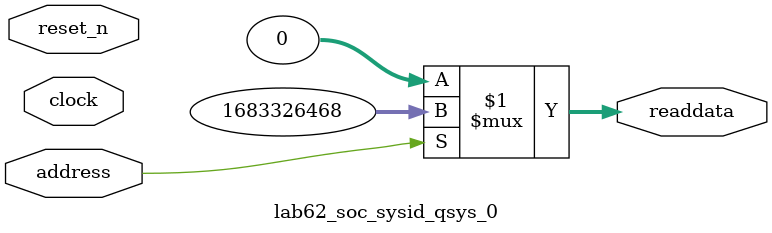
<source format=v>



// synthesis translate_off
`timescale 1ns / 1ps
// synthesis translate_on

// turn off superfluous verilog processor warnings 
// altera message_level Level1 
// altera message_off 10034 10035 10036 10037 10230 10240 10030 

module lab62_soc_sysid_qsys_0 (
               // inputs:
                address,
                clock,
                reset_n,

               // outputs:
                readdata
             )
;

  output  [ 31: 0] readdata;
  input            address;
  input            clock;
  input            reset_n;

  wire    [ 31: 0] readdata;
  //control_slave, which is an e_avalon_slave
  assign readdata = address ? 1683326468 : 0;

endmodule



</source>
